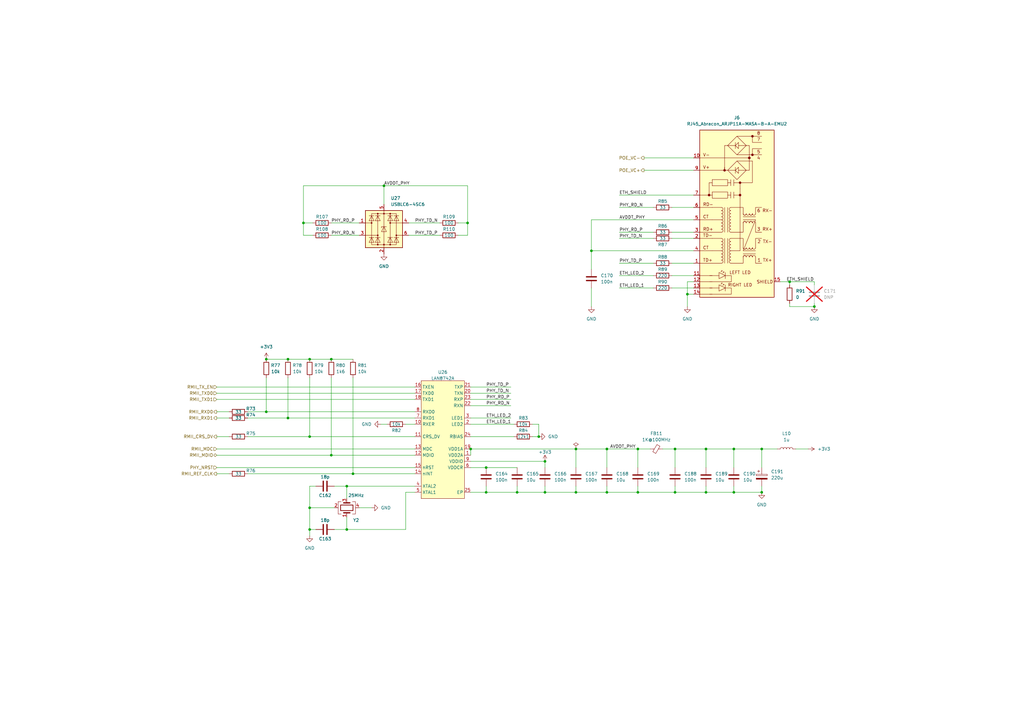
<source format=kicad_sch>
(kicad_sch (version 20230121) (generator eeschema)
  (paper "A3")
  (title_block (title "Kirdy") (date "2022-07-03") (rev "r0.1") (company "M-Labs") (comment 1 "Alex Wong Tat Hang"))
  (lib_symbols
    (symbol "Connector:RJ45_Abracon_ARJP11A-MASA-B-A-EMU2" (pin_names (offset 1.016) hide)
      (property "Reference" "J" (at 0 -38.1 0))
      (property "Value" "RJ45_Abracon_ARJP11A-MASA-B-A-EMU2" (at 0 -35.56 0))
      (symbol "RJ45_Abracon_ARJP11A-MASA-B-A-EMU2_0_0"
        (rectangle (start -15.24 -34.29) (end 15.24 34.29) (stroke (width 0.254)) (fill (type background)))
        (rectangle (start -3.81 8.89) (end -10.16 6.35))
        (polyline (pts (xy -15.24 -33.02) (xy -10.16 -33.02)))
        (polyline (pts (xy -15.24 -30.48) (xy -10.16 -30.48)))
        (polyline (pts (xy -15.24 -27.94) (xy -10.16 -27.94)))
        (polyline (pts (xy -15.24 -25.4) (xy -10.16 -25.4)))
        (polyline (pts (xy -15.24 -20.32) (xy -10.16 -20.32)))
        (polyline (pts (xy -15.24 -15.24) (xy -10.16 -15.24)))
        (polyline (pts (xy -15.24 -10.16) (xy -10.16 -10.16)))
        (polyline (pts (xy -15.24 -7.62) (xy -10.16 -7.62)))
        (polyline (pts (xy -15.24 -2.54) (xy -10.16 -2.54)))
        (polyline (pts (xy -15.24 2.54) (xy -10.16 2.54)))
        (polyline (pts (xy -15.24 22.86) (xy 5.08 22.86)))
        (polyline (pts (xy -11.43 7.62) (xy -15.24 7.62)))
        (polyline (pts (xy -11.176 -25.4) (xy -7.366 -25.4)))
        (polyline (pts (xy -10.16 7.62) (xy -11.43 7.62)))
        (polyline (pts (xy -5.08 17.78) (xy -15.24 17.78)))
        (polyline (pts (xy -5.08 17.78) (xy -3.81 17.78)))
        (polyline (pts (xy -5.08 19.05) (xy -5.08 17.78)))
        (polyline (pts (xy -3.81 7.62) (xy -2.54 7.62)))
        (polyline (pts (xy -3.81 12.7) (xy -2.54 12.7)))
        (polyline (pts (xy -2.54 8.89) (xy -2.54 6.35)))
        (polyline (pts (xy -1.27 8.89) (xy -1.27 6.35)))
        (polyline (pts (xy -1.27 13.97) (xy -1.27 11.43)))
        (polyline (pts (xy 0 21.59) (xy 6.35 21.59)))
        (polyline (pts (xy 0 24.13) (xy 10.16 24.13)))
        (polyline (pts (xy 0 31.75) (xy 10.16 31.75)))
        (polyline (pts (xy 1.27 10.16) (xy 1.27 12.7)))
        (polyline (pts (xy -10.16 12.7) (xy -11.43 12.7) (xy -11.43 7.62)))
        (polyline (pts (xy -3.81 27.94) (xy -5.08 27.94) (xy -5.08 17.78)))
        (polyline (pts (xy -1.27 12.7) (xy 0 12.7) (xy 1.27 12.7)))
        (polyline (pts (xy 1.27 12.7) (xy 6.35 12.7) (xy 6.35 21.59)))
        (polyline (pts (xy 6.35 24.13) (xy 6.35 26.67) (xy 10.16 26.67)))
        (polyline (pts (xy 6.35 31.75) (xy 6.35 29.21) (xy 10.16 29.21)))
        (polyline (pts (xy -4.826 -25.4) (xy -2.286 -25.4) (xy -2.286 -27.94) (xy -11.176 -27.94)))
        (polyline (pts (xy -2.54 -15.24) (xy -1.27 -15.24) (xy 1.27 -15.24) (xy 1.27 10.16)))
        (polyline (pts (xy 3.81 17.78) (xy 5.08 17.78) (xy 5.08 27.94) (xy 3.81 27.94)))
        (polyline (pts (xy -3.81 17.78) (xy 0 13.97) (xy 3.81 17.78) (xy 0 21.59) (xy -3.81 17.78)))
        (circle (center 1.27 7.62) (radius 0.0001) (stroke (width 0.508)))
        (text "1 TX+" (at 11.43 -19.05 0) (effects (font (size 1.27 1.27))))
        (text "2 TX-" (at 11.43 -11.43 0) (effects (font (size 1.27 1.27))))
        (text "3 RX+" (at 11.43 -6.35 0) (effects (font (size 1.27 1.27))))
        (text "4" (at 8.89 22.86 0) (effects (font (size 1.27 1.27))))
        (text "5" (at 8.89 25.4 0) (effects (font (size 1.27 1.27))))
        (text "6 RX-" (at 11.43 1.27 0) (effects (font (size 1.27 1.27))))
        (text "7" (at 8.89 30.48 0) (effects (font (size 1.27 1.27))))
        (text "8" (at 8.89 33.02 0) (effects (font (size 1.27 1.27))))
        (text "CT" (at -13.97 -1.27 0) (effects (font (size 1.27 1.27)) (justify left)))
        (text "LEFT LED" (at 1.27 -24.13 0) (effects (font (size 1.27 1.27))))
        (text "RD-" (at -13.97 3.81 0) (effects (font (size 1.27 1.27)) (justify left)))
        (text "SHIELD" (at 11.43 -27.94 0) (effects (font (size 1.27 1.27))))
        (text "V+" (at -13.97 19.05 0) (effects (font (size 1.27 1.27)) (justify left)))
        (text "V-" (at -13.97 24.13 0) (effects (font (size 1.27 1.27)) (justify left)))
      )
      (symbol "RJ45_Abracon_ARJP11A-MASA-B-A-EMU2_0_1"
        (arc (start -6.35 -16.51) (mid -5.7177 -15.875) (end -6.35 -15.24))
        (arc (start -6.35 -15.24) (mid -5.7177 -14.605) (end -6.35 -13.97))
        (arc (start -6.35 -13.97) (mid -6.35 -13.97) (end -6.35 -13.97))
        (arc (start -6.35 -11.43) (mid -5.7177 -10.795) (end -6.35 -10.16))
        (polyline (pts (xy -6.35 -20.32) (xy -10.16 -20.32)))
        (polyline (pts (xy -6.35 -15.24) (xy -10.16 -15.24)))
        (polyline (pts (xy -6.35 -10.16) (xy -10.16 -10.16)))
        (polyline (pts (xy -6.35 -7.62) (xy -10.16 -7.62)))
        (polyline (pts (xy -6.35 -2.54) (xy -10.16 -2.54)))
        (polyline (pts (xy -6.35 2.54) (xy -10.16 2.54)))
        (polyline (pts (xy -6.096 -28.448) (xy -6.35 -28.448)))
        (polyline (pts (xy -5.334 -28.956) (xy -5.588 -28.956)))
        (polyline (pts (xy -4.826 -24.13) (xy -4.826 -26.67)))
        (polyline (pts (xy -1.27 7.62) (xy 1.27 7.62)))
        (polyline (pts (xy -0.635 17.78) (xy -3.81 17.78)))
        (polyline (pts (xy -0.635 19.05) (xy -0.635 16.51)))
        (polyline (pts (xy 0.635 17.78) (xy 3.81 17.78)))
        (polyline (pts (xy -6.604 -28.956) (xy -6.096 -28.448) (xy -6.096 -28.702)))
        (polyline (pts (xy -5.842 -29.464) (xy -5.334 -28.956) (xy -5.334 -29.21)))
        (polyline (pts (xy -7.366 -24.13) (xy -7.366 -26.67) (xy -4.826 -25.4) (xy -7.366 -24.13)))
        (polyline (pts (xy 0.635 19.05) (xy 0.635 16.51) (xy -0.635 17.78) (xy 0.635 19.05)))
      )
      (symbol "RJ45_Abracon_ARJP11A-MASA-B-A-EMU2_1_1"
        (circle (center -11.43 7.62) (radius 0.0001) (stroke (width 0.508)))
        (arc (start -6.35 -20.32) (mid -5.7177 -19.685) (end -6.35 -19.05))
        (arc (start -6.35 -19.05) (mid -5.7177 -18.415) (end -6.35 -17.78))
        (arc (start -6.35 -17.78) (mid -6.35 -17.78) (end -6.35 -17.78))
        (arc (start -6.35 -17.78) (mid -5.7177 -17.145) (end -6.35 -16.51))
        (arc (start -6.35 -13.97) (mid -5.7177 -13.335) (end -6.35 -12.7))
        (arc (start -6.35 -12.7) (mid -5.7177 -12.065) (end -6.35 -11.43))
        (arc (start -6.35 -7.62) (mid -5.7177 -6.985) (end -6.35 -6.35))
        (arc (start -6.35 -6.35) (mid -5.7177 -5.715) (end -6.35 -5.08))
        (arc (start -6.35 -5.08) (mid -6.35 -5.08) (end -6.35 -5.08))
        (arc (start -6.35 -5.08) (mid -5.7177 -4.445) (end -6.35 -3.81))
        (arc (start -6.35 -3.81) (mid -6.35 -3.81) (end -6.35 -3.81))
        (arc (start -6.35 -3.81) (mid -5.7177 -3.175) (end -6.35 -2.54))
        (arc (start -6.35 -2.54) (mid -5.7177 -1.905) (end -6.35 -1.27))
        (arc (start -6.35 -1.27) (mid -5.7177 -0.635) (end -6.35 0))
        (arc (start -6.35 0) (mid -5.7177 0.635) (end -6.35 1.27))
        (arc (start -6.35 1.27) (mid -6.35 1.27) (end -6.35 1.27))
        (arc (start -6.35 1.27) (mid -5.7177 1.905) (end -6.35 2.54))
        (circle (center -5.08 17.78) (radius 0.0001) (stroke (width 0.508)))
        (rectangle (start -3.81 13.97) (end -10.16 11.43))
        (arc (start -2.54 -19.05) (mid -3.1723 -19.685) (end -2.54 -20.32))
        (arc (start -2.54 -19.05) (mid -2.54 -19.05) (end -2.54 -19.05))
        (arc (start -2.54 -17.78) (mid -3.1723 -18.415) (end -2.54 -19.05))
        (arc (start -2.54 -16.51) (mid -3.1723 -17.145) (end -2.54 -17.78))
        (arc (start -2.54 -15.24) (mid -3.1723 -15.875) (end -2.54 -16.51))
        (arc (start -2.54 -15.24) (mid -2.54 -15.24) (end -2.54 -15.24))
        (arc (start -2.54 -13.97) (mid -3.1723 -14.605) (end -2.54 -15.24))
        (arc (start -2.54 -12.7) (mid -3.1723 -13.335) (end -2.54 -13.97))
        (arc (start -2.54 -11.43) (mid -3.1723 -12.065) (end -2.54 -12.7))
        (arc (start -2.54 -10.16) (mid -3.1723 -10.795) (end -2.54 -11.43))
        (arc (start -2.54 -6.35) (mid -3.1723 -6.985) (end -2.54 -7.62))
        (arc (start -2.54 -6.35) (mid -2.54 -6.35) (end -2.54 -6.35))
        (arc (start -2.54 -5.08) (mid -3.1723 -5.715) (end -2.54 -6.35))
        (arc (start -2.54 -3.81) (mid -3.1723 -4.445) (end -2.54 -5.08))
        (arc (start -2.54 -3.81) (mid -2.54 -3.81) (end -2.54 -3.81))
        (arc (start -2.54 -2.54) (mid -3.1723 -3.175) (end -2.54 -3.81))
        (arc (start -2.54 -1.27) (mid -3.1723 -1.905) (end -2.54 -2.54))
        (arc (start -2.54 0) (mid -3.1723 -0.635) (end -2.54 -1.27))
        (arc (start -2.54 0) (mid -2.54 0) (end -2.54 0))
        (arc (start -2.54 1.27) (mid -3.1723 0.635) (end -2.54 0))
        (arc (start -2.54 2.54) (mid -3.1723 1.905) (end -2.54 1.27))
        (polyline (pts (xy -11.176 -30.48) (xy -7.366 -30.48)))
        (polyline (pts (xy -6.096 -23.368) (xy -6.35 -23.368)))
        (polyline (pts (xy -5.334 -23.876) (xy -5.588 -23.876)))
        (polyline (pts (xy -5.08 -10.16) (xy -5.08 -20.32)))
        (polyline (pts (xy -5.08 2.54) (xy -5.08 -7.62)))
        (polyline (pts (xy -4.826 -29.21) (xy -4.826 -31.75)))
        (polyline (pts (xy -3.81 -20.32) (xy -3.81 -10.16)))
        (polyline (pts (xy -3.81 -7.62) (xy -3.81 2.54)))
        (polyline (pts (xy -2.54 13.97) (xy -2.54 11.43)))
        (polyline (pts (xy -0.635 27.94) (xy -3.81 27.94)))
        (polyline (pts (xy -0.635 29.21) (xy -0.635 26.67)))
        (polyline (pts (xy 0.635 27.94) (xy 3.81 27.94)))
        (polyline (pts (xy 2.54 -16.51) (xy 7.62 -16.51)))
        (polyline (pts (xy 2.54 -15.24) (xy 7.62 -2.54)))
        (polyline (pts (xy 2.54 -2.54) (xy 7.62 -2.54)))
        (polyline (pts (xy 7.62 -15.24) (xy 2.54 -15.24)))
        (polyline (pts (xy 7.62 -1.27) (xy 2.54 -1.27)))
        (polyline (pts (xy -6.604 -23.876) (xy -6.096 -23.368) (xy -6.096 -23.622)))
        (polyline (pts (xy -5.842 -24.384) (xy -5.334 -23.876) (xy -5.334 -24.13)))
        (polyline (pts (xy -2.54 -10.16) (xy 2.54 -10.16) (xy 2.54 -13.97)))
        (polyline (pts (xy -2.54 -7.62) (xy 2.54 -7.62) (xy 2.54 -3.81)))
        (polyline (pts (xy -2.54 2.54) (xy 2.54 2.54) (xy 2.54 0)))
        (polyline (pts (xy 2.54 -17.78) (xy 2.54 -20.32) (xy -2.54 -20.32)))
        (polyline (pts (xy 7.62 -17.78) (xy 7.62 -20.32) (xy 10.16 -20.32)))
        (polyline (pts (xy 7.62 -13.97) (xy 7.62 -10.16) (xy 10.16 -10.16)))
        (polyline (pts (xy 7.62 -3.81) (xy 7.62 -7.62) (xy 10.16 -7.62)))
        (polyline (pts (xy 7.62 0) (xy 7.62 2.54) (xy 10.16 2.54)))
        (polyline (pts (xy -7.366 -29.21) (xy -7.366 -31.75) (xy -4.826 -30.48) (xy -7.366 -29.21)))
        (polyline (pts (xy -4.826 -30.48) (xy -2.286 -30.48) (xy -2.286 -33.02) (xy -11.176 -33.02)))
        (polyline (pts (xy 0.635 29.21) (xy 0.635 26.67) (xy -0.635 27.94) (xy 0.635 29.21)))
        (polyline (pts (xy -3.81 27.94) (xy 0 24.13) (xy 3.81 27.94) (xy 0 31.75) (xy -3.81 27.94)))
        (circle (center 1.27 12.7) (radius 0.0001) (stroke (width 0.508)))
        (arc (start 2.54 -17.78) (mid 2.54 -17.78) (end 2.54 -17.78))
        (arc (start 2.54 -13.97) (mid 3.175 -14.6023) (end 3.81 -13.97))
        (arc (start 2.54 -13.97) (mid 3.175 -14.6023) (end 3.81 -13.97))
        (arc (start 2.54 -3.81) (mid 2.54 -3.81) (end 2.54 -3.81))
        (arc (start 2.54 0) (mid 3.175 -0.6323) (end 3.81 0))
        (arc (start 2.54 0) (mid 3.175 -0.6323) (end 3.81 0))
        (arc (start 3.81 -17.78) (mid 3.175 -17.1477) (end 2.54 -17.78))
        (arc (start 3.81 -17.78) (mid 3.175 -17.1477) (end 2.54 -17.78))
        (arc (start 3.81 -13.97) (mid 3.81 -13.97) (end 3.81 -13.97))
        (arc (start 3.81 -13.97) (mid 4.445 -14.6023) (end 5.08 -13.97))
        (arc (start 3.81 -3.81) (mid 3.175 -3.1777) (end 2.54 -3.81))
        (arc (start 3.81 -3.81) (mid 3.175 -3.1777) (end 2.54 -3.81))
        (arc (start 3.81 0) (mid 3.81 0) (end 3.81 0))
        (arc (start 3.81 0) (mid 4.445 -0.6323) (end 5.08 0))
        (arc (start 5.08 -17.78) (mid 4.445 -17.1477) (end 3.81 -17.78))
        (arc (start 5.08 -17.78) (mid 5.08 -17.78) (end 5.08 -17.78))
        (arc (start 5.08 -13.97) (mid 5.715 -14.6023) (end 6.35 -13.97))
        (arc (start 5.08 -13.97) (mid 5.715 -14.6023) (end 6.35 -13.97))
        (arc (start 5.08 -3.81) (mid 4.445 -3.1777) (end 3.81 -3.81))
        (arc (start 5.08 -3.81) (mid 5.08 -3.81) (end 5.08 -3.81))
        (arc (start 5.08 0) (mid 5.715 -0.6323) (end 6.35 0))
        (arc (start 5.08 0) (mid 5.715 -0.6323) (end 6.35 0))
        (circle (center 5.08 22.86) (radius 0.0001) (stroke (width 0.508)))
        (circle (center 5.08 22.86) (radius 0.0001) (stroke (width 0.508)))
        (arc (start 6.35 -17.78) (mid 5.715 -17.1477) (end 5.08 -17.78))
        (arc (start 6.35 -17.78) (mid 5.715 -17.1477) (end 5.08 -17.78))
        (arc (start 6.35 -13.97) (mid 6.35 -13.97) (end 6.35 -13.97))
        (arc (start 6.35 -13.97) (mid 6.985 -14.6023) (end 7.62 -13.97))
        (arc (start 6.35 -3.81) (mid 5.715 -3.1777) (end 5.08 -3.81))
        (arc (start 6.35 -3.81) (mid 5.715 -3.1777) (end 5.08 -3.81))
        (arc (start 6.35 0) (mid 6.35 0) (end 6.35 0))
        (arc (start 6.35 0) (mid 6.985 -0.6323) (end 7.62 0))
        (circle (center 6.35 24.13) (radius 0.0001) (stroke (width 0.508)))
        (circle (center 6.35 31.75) (radius 0.0001) (stroke (width 0.508)))
        (arc (start 7.62 -17.78) (mid 6.985 -17.1477) (end 6.35 -17.78))
        (arc (start 7.62 -3.81) (mid 6.985 -3.1777) (end 6.35 -3.81))
        (text "CT" (at -13.97 -13.97 0) (effects (font (size 1.27 1.27)) (justify left)))
        (text "RD+" (at -13.97 -6.35 0) (effects (font (size 1.27 1.27)) (justify left)))
        (text "RIGHT LED" (at 1.27 -29.21 0) (effects (font (size 1.27 1.27))))
        (text "TD+" (at -13.97 -19.05 0) (effects (font (size 1.27 1.27)) (justify left)))
        (text "TD-" (at -13.97 -8.89 0) (effects (font (size 1.27 1.27)) (justify left)))
        (pin passive line (at -17.78 -20.32 0) (length 2.54) (name "TD+") (number "1"))
        (pin power_out line (at -17.78 22.86 0) (length 2.54) (name "V-") (number "10"))
        (pin passive line (at -17.78 -25.4 0) (length 2.54) (name "LLED+") (number "11"))
        (pin passive line (at -17.78 -27.94 0) (length 2.54) (name "LLED-") (number "12"))
        (pin passive line (at -17.78 -30.48 0) (length 2.54) (name "RLED+") (number "13"))
        (pin passive line (at -17.78 -33.02 0) (length 2.54) (name "RLED-") (number "14"))
        (pin passive line (at 17.78 -27.94 180) (length 2.54) (name "SHIELD") (number "15"))
        (pin passive line (at -17.78 -10.16 0) (length 2.54) (name "TD-") (number "2"))
        (pin passive line (at -17.78 -7.62 0) (length 2.54) (name "RD+") (number "3"))
        (pin passive line (at -17.78 -15.24 0) (length 2.54) (name "CT") (number "4"))
        (pin passive line (at -17.78 -2.54 0) (length 2.54) (name "CT") (number "5"))
        (pin passive line (at -17.78 2.54 0) (length 2.54) (name "RD-") (number "6"))
        (pin passive line (at -17.78 7.62 0) (length 2.54) (name "7") (number "7"))
        (pin power_out line (at -17.78 17.78 0) (length 2.54) (name "V+") (number "9"))
      )
    )
    (symbol "Device:C" (pin_numbers hide) (pin_names (offset 0.254))
      (property "Reference" "C" (at 0.635 2.54 0))
      (property "Value" "C" (at 0.635 -2.54 0))
      (symbol "C_0_1"
        (polyline (pts (xy -2.032 -0.762) (xy 2.032 -0.762)) (stroke (width 0.508)))
        (polyline (pts (xy -2.032 0.762) (xy 2.032 0.762)) (stroke (width 0.508)))
      )
      (symbol "C_1_1"
        (pin passive line (at 0 3.81 270) (length 2.794) (name "~") (number "1"))
        (pin passive line (at 0 -3.81 90) (length 2.794) (name "~") (number "2"))
      )
    )
    (symbol "Device:C_Polarized" (pin_numbers hide) (pin_names (offset 0.254))
      (property "Reference" "C" (at 0.635 2.54 0))
      (property "Value" "C_Polarized" (at 0.635 -2.54 0))
      (symbol "C_Polarized_0_1"
        (rectangle (start -2.286 0.508) (end 2.286 1.016))
        (polyline (pts (xy -1.778 2.286) (xy -0.762 2.286)))
        (polyline (pts (xy -1.27 2.794) (xy -1.27 1.778)))
        (rectangle (start 2.286 -0.508) (end -2.286 -1.016) (fill (type outline)))
      )
      (symbol "C_Polarized_1_1"
        (pin passive line (at 0 3.81 270) (length 2.794) (name "~") (number "1"))
        (pin passive line (at 0 -3.81 90) (length 2.794) (name "~") (number "2"))
      )
    )
    (symbol "Device:Crystal_GND24" (pin_names (offset 1.016) hide)
      (property "Reference" "Y" (at 3.175 5.08 0))
      (property "Value" "Crystal_GND24" (at 3.175 3.175 0))
      (symbol "Crystal_GND24_0_1"
        (rectangle (start -1.143 2.54) (end 1.143 -2.54) (stroke (width 0.3048)))
        (polyline (pts (xy -2.54 0) (xy -2.032 0)))
        (polyline (pts (xy -2.032 -1.27) (xy -2.032 1.27)) (stroke (width 0.508)))
        (polyline (pts (xy 0 -3.81) (xy 0 -3.556)))
        (polyline (pts (xy 0 3.556) (xy 0 3.81)))
        (polyline (pts (xy 2.032 -1.27) (xy 2.032 1.27)) (stroke (width 0.508)))
        (polyline (pts (xy 2.032 0) (xy 2.54 0)))
        (polyline (pts (xy -2.54 -2.286) (xy -2.54 -3.556) (xy 2.54 -3.556) (xy 2.54 -2.286)))
        (polyline (pts (xy -2.54 2.286) (xy -2.54 3.556) (xy 2.54 3.556) (xy 2.54 2.286)))
      )
      (symbol "Crystal_GND24_1_1"
        (pin passive line (at -3.81 0 0) (length 1.27) (name "1") (number "1"))
        (pin passive line (at 0 5.08 270) (length 1.27) (name "2") (number "2"))
        (pin passive line (at 3.81 0 180) (length 1.27) (name "3") (number "3"))
        (pin passive line (at 0 -5.08 90) (length 1.27) (name "4") (number "4"))
      )
    )
    (symbol "Device:FerriteBead_Small" (pin_numbers hide) (pin_names (offset 0))
      (property "Reference" "FB" (at 1.905 1.27 0))
      (property "Value" "FerriteBead_Small" (at 1.905 -1.27 0))
      (symbol "FerriteBead_Small_0_1"
        (polyline (pts (xy 0 -1.27) (xy 0 -0.7874)))
        (polyline (pts (xy 0 0.889) (xy 0 1.2954)))
        (polyline (pts (xy -1.8288 0.2794) (xy -1.1176 1.4986) (xy 1.8288 -0.2032) (xy 1.1176 -1.4224) (xy -1.8288 0.2794)))
      )
      (symbol "FerriteBead_Small_1_1"
        (pin passive line (at 0 2.54 270) (length 1.27) (name "~") (number "1"))
        (pin passive line (at 0 -2.54 90) (length 1.27) (name "~") (number "2"))
      )
    )
    (symbol "Device:L" (pin_numbers hide) (pin_names (offset 1.016) hide)
      (property "Reference" "L" (at -1.27 0 90))
      (property "Value" "L" (at 1.905 0 90))
      (symbol "L_0_1"
        (arc (start 0 -2.54) (mid 0.6323 -1.905) (end 0 -1.27))
        (arc (start 0 -1.27) (mid 0.6323 -0.635) (end 0 0))
        (arc (start 0 0) (mid 0.6323 0.635) (end 0 1.27))
        (arc (start 0 1.27) (mid 0.6323 1.905) (end 0 2.54))
      )
      (symbol "L_1_1"
        (pin passive line (at 0 3.81 270) (length 1.27) (name "1") (number "1"))
        (pin passive line (at 0 -3.81 90) (length 1.27) (name "2") (number "2"))
      )
    )
    (symbol "Device:R" (pin_numbers hide) (pin_names (offset 0))
      (property "Reference" "R" (at 2.032 0 90))
      (property "Value" "R" (at 0 0 90))
      (symbol "R_0_1"
        (rectangle (start -1.016 -2.54) (end 1.016 2.54) (stroke (width 0.254)))
      )
      (symbol "R_1_1"
        (pin passive line (at 0 3.81 270) (length 1.27) (name "~") (number "1"))
        (pin passive line (at 0 -3.81 90) (length 1.27) (name "~") (number "2"))
      )
    )
    (symbol "Power_Protection:USBLC6-4SC6" (pin_names hide)
      (property "Reference" "U" (at 2.54 8.89 0))
      (property "Value" "USBLC6-4SC6" (at 2.54 -8.89 0))
      (symbol "USBLC6-4SC6_0_1"
        (rectangle (start -7.62 -7.62) (end 7.62 7.62) (stroke (width 0.254)) (fill (type background)))
        (circle (center -5.08 2.54) (radius 0.254) (fill (type outline)))
        (circle (center -2.54 -6.35) (radius 0.254) (fill (type outline)))
        (circle (center -2.54 -2.54) (radius 0.254) (fill (type outline)))
        (circle (center -2.54 6.35) (radius 0.254) (fill (type outline)))
        (rectangle (start -2.54 6.35) (end 2.54 -6.35))
        (circle (center 0 -6.35) (radius 0.254) (fill (type outline)))
        (polyline (pts (xy -5.08 2.54) (xy -7.62 2.54)))
        (polyline (pts (xy -4.064 -3.429) (xy -6.096 -3.429)))
        (polyline (pts (xy -4.064 5.461) (xy -6.096 5.461)))
        (polyline (pts (xy -2.54 -2.54) (xy -7.62 -2.54)))
        (polyline (pts (xy -1.524 -3.429) (xy -3.556 -3.429)))
        (polyline (pts (xy -1.524 5.461) (xy -3.556 5.461)))
        (polyline (pts (xy 0 -7.62) (xy 0 -6.35)))
        (polyline (pts (xy 0 -6.35) (xy 0 1.27)))
        (polyline (pts (xy 0 1.27) (xy 0 6.35)))
        (polyline (pts (xy 0 6.35) (xy 0 7.62)))
        (polyline (pts (xy 1.524 -3.429) (xy 3.556 -3.429)))
        (polyline (pts (xy 1.524 5.461) (xy 3.556 5.461)))
        (polyline (pts (xy 2.54 2.54) (xy 7.62 2.54)))
        (polyline (pts (xy 4.064 -3.429) (xy 6.096 -3.429)))
        (polyline (pts (xy 4.064 5.461) (xy 6.096 5.461)))
        (polyline (pts (xy 5.08 -2.54) (xy 7.62 -2.54)))
        (polyline (pts (xy -6.096 -5.461) (xy -4.064 -5.461) (xy -5.08 -3.429) (xy -6.096 -5.461)))
        (polyline (pts (xy -6.096 3.429) (xy -4.064 3.429) (xy -5.08 5.461) (xy -6.096 3.429)))
        (polyline (pts (xy -3.556 -5.461) (xy -1.524 -5.461) (xy -2.54 -3.429) (xy -3.556 -5.461)))
        (polyline (pts (xy -3.556 3.429) (xy -1.524 3.429) (xy -2.54 5.461) (xy -3.556 3.429)))
        (polyline (pts (xy -2.54 6.35) (xy -5.08 6.35) (xy -5.08 -6.35) (xy -2.54 -6.35)))
        (polyline (pts (xy -1.016 -1.016) (xy 1.016 -1.016) (xy 0 1.016) (xy -1.016 -1.016)))
        (polyline (pts (xy 1.016 1.016) (xy 0.762 1.016) (xy -1.016 1.016) (xy -1.016 0.508)))
        (polyline (pts (xy 2.54 6.35) (xy 5.08 6.35) (xy 5.08 -6.35) (xy 2.54 -6.35)))
        (polyline (pts (xy 3.556 -5.461) (xy 1.524 -5.461) (xy 2.54 -3.429) (xy 3.556 -5.461)))
        (polyline (pts (xy 3.556 3.429) (xy 1.524 3.429) (xy 2.54 5.461) (xy 3.556 3.429)))
        (polyline (pts (xy 6.096 -5.461) (xy 4.064 -5.461) (xy 5.08 -3.429) (xy 6.096 -5.461)))
        (polyline (pts (xy 6.096 3.429) (xy 4.064 3.429) (xy 5.08 5.461) (xy 6.096 3.429)))
        (circle (center 0 6.35) (radius 0.254) (fill (type outline)))
        (circle (center 2.54 -6.35) (radius 0.254) (fill (type outline)))
        (circle (center 2.54 2.54) (radius 0.254) (fill (type outline)))
        (circle (center 2.54 6.35) (radius 0.254) (fill (type outline)))
        (circle (center 5.08 -2.54) (radius 0.254) (fill (type outline)))
      )
      (symbol "USBLC6-4SC6_1_1"
        (pin passive line (at -10.16 2.54 0) (length 2.54) (name "I/O1") (number "1"))
        (pin passive line (at 0 -10.16 90) (length 2.54) (name "GND") (number "2"))
        (pin passive line (at -10.16 -2.54 0) (length 2.54) (name "I/O2") (number "3"))
        (pin passive line (at 10.16 2.54 180) (length 2.54) (name "I/O3") (number "4"))
        (pin passive line (at 0 10.16 270) (length 2.54) (name "VBUS") (number "5"))
        (pin passive line (at 10.16 -2.54 180) (length 2.54) (name "I/O4") (number "6"))
      )
    )
    (symbol "kirdy:LAN8742A"
      (property "Reference" "U" (at 0 -30.48 0))
      (property "Value" "LAN8742A" (at 0 -27.94 0))
      (symbol "LAN8742A_0_0"
        (pin power_in line (at 10.16 -7.62 180) (length 2.54) (name "VDD2A") (number "1"))
        (pin bidirectional line (at -12.7 5.08 0) (length 2.54) (name "RXER") (number "10"))
        (pin output line (at -12.7 0 0) (length 2.54) (name "CRS_DV") (number "11"))
        (pin bidirectional line (at -12.7 -7.62 0) (length 2.54) (name "MDIO") (number "12"))
        (pin input line (at -12.7 -5.08 0) (length 2.54) (name "MDC") (number "13"))
        (pin output line (at -12.7 -15.24 0) (length 2.54) (name "nINT") (number "14"))
        (pin input line (at -12.7 -12.7 0) (length 2.54) (name "nRST") (number "15"))
        (pin input line (at -12.7 20.32 0) (length 2.54) (name "TXEN") (number "16"))
        (pin input line (at -12.7 17.78 0) (length 2.54) (name "TXD0") (number "17"))
        (pin input line (at -12.7 15.24 0) (length 2.54) (name "TXD1") (number "18"))
        (pin power_in line (at 10.16 -5.08 180) (length 2.54) (name "VDD1A") (number "19"))
        (pin output line (at 10.16 5.08 180) (length 2.54) (name "LED2") (number "2"))
        (pin bidirectional line (at 10.16 17.78 180) (length 2.54) (name "TXN") (number "20"))
        (pin bidirectional line (at 10.16 20.32 180) (length 2.54) (name "TXP") (number "21"))
        (pin bidirectional line (at 10.16 12.7 180) (length 2.54) (name "RXN") (number "22"))
        (pin bidirectional line (at 10.16 15.24 180) (length 2.54) (name "RXP") (number "23"))
        (pin passive line (at 10.16 0 180) (length 2.54) (name "RBIAS") (number "24"))
        (pin power_in line (at 10.16 -22.86 180) (length 2.54) (name "EP") (number "25"))
        (pin output line (at 10.16 7.62 180) (length 2.54) (name "LED1") (number "3"))
        (pin input line (at -12.7 -20.32 0) (length 2.54) (name "XTAL2") (number "4"))
        (pin input line (at -12.7 -22.86 0) (length 2.54) (name "XTAL1") (number "5"))
        (pin passive line (at 10.16 -12.7 180) (length 2.54) (name "VDDCR") (number "6"))
        (pin output line (at -12.7 7.62 0) (length 2.54) (name "RXD1") (number "7"))
        (pin output line (at -12.7 10.16 0) (length 2.54) (name "RXD0") (number "8"))
        (pin power_in line (at 10.16 -10.16 180) (length 2.54) (name "VDDIO") (number "9"))
      )
      (symbol "LAN8742A_0_1"
        (rectangle (start -10.16 22.86) (end 7.62 -25.4) (fill (type background)))
      )
    )
    (symbol "power:+3V3" (power) (pin_names (offset 0))
      (property "Value" "+3V3" (at 0 3.556 0))
      (symbol "+3V3_0_1"
        (polyline (pts (xy -0.762 1.27) (xy 0 2.54)))
        (polyline (pts (xy 0 0) (xy 0 2.54)))
        (polyline (pts (xy 0 2.54) (xy 0.762 1.27)))
      )
      (symbol "+3V3_1_1"
        (pin power_in line (at 0 0 90) (length 0) hide (name "+3V3") (number "1"))
      )
    )
    (symbol "power:GND" (power) (pin_names (offset 0))
      (property "Value" "GND" (at 0 -3.81 0))
      (symbol "GND_0_1"
        (polyline (pts (xy 0 0) (xy 0 -1.27) (xy 1.27 -1.27) (xy 0 -2.54) (xy -1.27 -1.27) (xy 0 -1.27)))
      )
      (symbol "GND_1_1"
        (pin power_in line (at 0 0 270) (length 0) hide (name "GND") (number "1"))
      )
    )
    (symbol "power:PWR_FLAG" (power) (pin_numbers hide) (pin_names (offset 0) hide)
      (property "Value" "PWR_FLAG" (at 0 3.81 0))
      (symbol "PWR_FLAG_0_0"
        (pin power_out line (at 0 0 90) (length 0) (name "pwr") (number "1"))
      )
      (symbol "PWR_FLAG_0_1"
        (polyline (pts (xy 0 0) (xy 0 1.27) (xy -1.016 1.905) (xy 0 2.54) (xy 1.016 1.905) (xy 0 1.27)))
      )
    )
  )
  (junction (at 312.42 184.15))
  (junction (at 223.52 201.93))
  (junction (at 127 217.17))
  (junction (at 334.01 125.73))
  (junction (at 157.48 76.2))
  (junction (at 109.22 168.91))
  (junction (at 281.94 120.65))
  (junction (at 300.99 201.93))
  (junction (at 135.89 147.32))
  (junction (at 191.77 91.44))
  (junction (at 300.99 184.15))
  (junction (at 236.22 184.15))
  (junction (at 135.89 186.69))
  (junction (at 212.09 201.93))
  (junction (at 248.92 184.15))
  (junction (at 127 147.32))
  (junction (at 109.22 147.32))
  (junction (at 289.56 184.15))
  (junction (at 118.11 171.45))
  (junction (at 144.78 194.31))
  (junction (at 242.57 102.87))
  (junction (at 323.85 115.57))
  (junction (at 312.42 201.93))
  (junction (at 220.98 179.07))
  (junction (at 236.22 201.93))
  (junction (at 276.86 201.93))
  (junction (at 199.39 201.93))
  (junction (at 127 208.28))
  (junction (at 261.62 201.93))
  (junction (at 142.24 217.17))
  (junction (at 199.39 191.77))
  (junction (at 276.86 184.15))
  (junction (at 127 179.07))
  (junction (at 261.62 184.15))
  (junction (at 248.92 201.93))
  (junction (at 223.52 189.23))
  (junction (at 124.46 91.44))
  (junction (at 118.11 147.32))
  (junction (at 142.24 199.39))
  (junction (at 193.04 184.15))
  (junction (at 289.56 201.93))
  (wire (pts (xy 127 147.32) (xy 135.89 147.32)))
  (wire (pts (xy 289.56 184.15) (xy 300.99 184.15)))
  (wire (pts (xy 276.86 184.15) (xy 289.56 184.15)))
  (wire (pts (xy 88.9 186.69) (xy 135.89 186.69)))
  (wire (pts (xy 212.09 199.39) (xy 212.09 201.93)))
  (wire (pts (xy 254 95.25) (xy 267.97 95.25)))
  (wire (pts (xy 275.59 95.25) (xy 284.48 95.25)))
  (wire (pts (xy 323.85 115.57) (xy 323.85 116.84)))
  (wire (pts (xy 191.77 91.44) (xy 187.96 91.44)))
  (wire (pts (xy 124.46 76.2) (xy 157.48 76.2)))
  (wire (pts (xy 236.22 199.39) (xy 236.22 201.93)))
  (wire (pts (xy 193.04 179.07) (xy 210.82 179.07)))
  (wire (pts (xy 220.98 173.99) (xy 220.98 179.07)))
  (wire (pts (xy 191.77 91.44) (xy 191.77 76.2)))
  (wire (pts (xy 193.04 166.37) (xy 209.55 166.37)))
  (wire (pts (xy 88.9 168.91) (xy 93.98 168.91)))
  (wire (pts (xy 191.77 96.52) (xy 187.96 96.52)))
  (wire (pts (xy 236.22 201.93) (xy 248.92 201.93)))
  (wire (pts (xy 320.04 115.57) (xy 323.85 115.57)))
  (wire (pts (xy 109.22 154.94) (xy 109.22 168.91)))
  (wire (pts (xy 88.9 171.45) (xy 93.98 171.45)))
  (wire (pts (xy 135.89 96.52) (xy 147.32 96.52)))
  (wire (pts (xy 242.57 102.87) (xy 284.48 102.87)))
  (wire (pts (xy 127 154.94) (xy 127 179.07)))
  (wire (pts (xy 300.99 199.39) (xy 300.99 201.93)))
  (wire (pts (xy 281.94 115.57) (xy 281.94 120.65)))
  (wire (pts (xy 326.39 184.15) (xy 331.47 184.15)))
  (wire (pts (xy 289.56 201.93) (xy 276.86 201.93)))
  (wire (pts (xy 254 118.11) (xy 267.97 118.11)))
  (wire (pts (xy 127 208.28) (xy 137.16 208.28)))
  (wire (pts (xy 166.37 201.93) (xy 170.18 201.93)))
  (wire (pts (xy 242.57 125.73) (xy 242.57 118.11)))
  (wire (pts (xy 137.16 217.17) (xy 142.24 217.17)))
  (wire (pts (xy 312.42 199.39) (xy 312.42 201.93)))
  (wire (pts (xy 127 208.28) (xy 127 199.39)))
  (wire (pts (xy 323.85 125.73) (xy 334.01 125.73)))
  (wire (pts (xy 312.42 184.15) (xy 312.42 191.77)))
  (wire (pts (xy 135.89 91.44) (xy 147.32 91.44)))
  (wire (pts (xy 199.39 191.77) (xy 212.09 191.77)))
  (wire (pts (xy 142.24 199.39) (xy 170.18 199.39)))
  (wire (pts (xy 275.59 113.03) (xy 284.48 113.03)))
  (wire (pts (xy 144.78 194.31) (xy 170.18 194.31)))
  (wire (pts (xy 193.04 184.15) (xy 193.04 186.69)))
  (wire (pts (xy 147.32 208.28) (xy 152.4 208.28)))
  (wire (pts (xy 261.62 184.15) (xy 261.62 191.77)))
  (wire (pts (xy 264.16 69.85) (xy 284.48 69.85)))
  (wire (pts (xy 199.39 201.93) (xy 212.09 201.93)))
  (wire (pts (xy 289.56 199.39) (xy 289.56 201.93)))
  (wire (pts (xy 223.52 201.93) (xy 236.22 201.93)))
  (wire (pts (xy 118.11 171.45) (xy 170.18 171.45)))
  (wire (pts (xy 248.92 199.39) (xy 248.92 201.93)))
  (wire (pts (xy 88.9 194.31) (xy 93.98 194.31)))
  (wire (pts (xy 101.6 179.07) (xy 127 179.07)))
  (wire (pts (xy 218.44 179.07) (xy 220.98 179.07)))
  (wire (pts (xy 127 219.71) (xy 127 217.17)))
  (wire (pts (xy 261.62 201.93) (xy 261.62 199.39)))
  (wire (pts (xy 254 113.03) (xy 267.97 113.03)))
  (wire (pts (xy 193.04 158.75) (xy 209.55 158.75)))
  (wire (pts (xy 261.62 184.15) (xy 266.7 184.15)))
  (wire (pts (xy 88.9 184.15) (xy 170.18 184.15)))
  (wire (pts (xy 223.52 199.39) (xy 223.52 201.93)))
  (wire (pts (xy 248.92 184.15) (xy 261.62 184.15)))
  (wire (pts (xy 193.04 184.15) (xy 236.22 184.15)))
  (wire (pts (xy 242.57 102.87) (xy 242.57 110.49)))
  (wire (pts (xy 144.78 154.94) (xy 144.78 194.31)))
  (wire (pts (xy 88.9 179.07) (xy 93.98 179.07)))
  (wire (pts (xy 193.04 191.77) (xy 199.39 191.77)))
  (wire (pts (xy 88.9 191.77) (xy 170.18 191.77)))
  (wire (pts (xy 157.48 76.2) (xy 191.77 76.2)))
  (wire (pts (xy 276.86 184.15) (xy 276.86 191.77)))
  (wire (pts (xy 284.48 90.17) (xy 242.57 90.17)))
  (wire (pts (xy 88.9 158.75) (xy 170.18 158.75)))
  (wire (pts (xy 193.04 201.93) (xy 199.39 201.93)))
  (wire (pts (xy 166.37 173.99) (xy 170.18 173.99)))
  (wire (pts (xy 193.04 173.99) (xy 210.82 173.99)))
  (wire (pts (xy 127 217.17) (xy 129.54 217.17)))
  (wire (pts (xy 218.44 173.99) (xy 220.98 173.99)))
  (wire (pts (xy 289.56 184.15) (xy 289.56 191.77)))
  (wire (pts (xy 167.64 91.44) (xy 180.34 91.44)))
  (wire (pts (xy 275.59 85.09) (xy 284.48 85.09)))
  (wire (pts (xy 312.42 201.93) (xy 300.99 201.93)))
  (wire (pts (xy 118.11 147.32) (xy 127 147.32)))
  (wire (pts (xy 167.64 96.52) (xy 180.34 96.52)))
  (wire (pts (xy 127 199.39) (xy 129.54 199.39)))
  (wire (pts (xy 254 80.01) (xy 284.48 80.01)))
  (wire (pts (xy 281.94 125.73) (xy 281.94 120.65)))
  (wire (pts (xy 124.46 91.44) (xy 124.46 96.52)))
  (wire (pts (xy 109.22 168.91) (xy 170.18 168.91)))
  (wire (pts (xy 142.24 217.17) (xy 166.37 217.17)))
  (wire (pts (xy 191.77 91.44) (xy 191.77 96.52)))
  (wire (pts (xy 118.11 154.94) (xy 118.11 171.45)))
  (wire (pts (xy 300.99 201.93) (xy 289.56 201.93)))
  (wire (pts (xy 124.46 91.44) (xy 124.46 76.2)))
  (wire (pts (xy 254 85.09) (xy 267.97 85.09)))
  (wire (pts (xy 276.86 199.39) (xy 276.86 201.93)))
  (wire (pts (xy 127 217.17) (xy 127 208.28)))
  (wire (pts (xy 275.59 118.11) (xy 284.48 118.11)))
  (wire (pts (xy 334.01 115.57) (xy 334.01 116.84)))
  (wire (pts (xy 193.04 189.23) (xy 223.52 189.23)))
  (wire (pts (xy 334.01 124.46) (xy 334.01 125.73)))
  (wire (pts (xy 135.89 186.69) (xy 170.18 186.69)))
  (wire (pts (xy 124.46 91.44) (xy 128.27 91.44)))
  (wire (pts (xy 142.24 204.47) (xy 142.24 199.39)))
  (wire (pts (xy 127 179.07) (xy 170.18 179.07)))
  (wire (pts (xy 300.99 184.15) (xy 300.99 191.77)))
  (wire (pts (xy 236.22 184.15) (xy 236.22 191.77)))
  (wire (pts (xy 88.9 163.83) (xy 170.18 163.83)))
  (wire (pts (xy 124.46 96.52) (xy 128.27 96.52)))
  (wire (pts (xy 276.86 201.93) (xy 261.62 201.93)))
  (wire (pts (xy 248.92 184.15) (xy 248.92 191.77)))
  (wire (pts (xy 135.89 147.32) (xy 144.78 147.32)))
  (wire (pts (xy 142.24 212.09) (xy 142.24 217.17)))
  (wire (pts (xy 275.59 97.79) (xy 284.48 97.79)))
  (wire (pts (xy 300.99 184.15) (xy 312.42 184.15)))
  (wire (pts (xy 166.37 217.17) (xy 166.37 201.93)))
  (wire (pts (xy 193.04 171.45) (xy 209.55 171.45)))
  (wire (pts (xy 271.78 184.15) (xy 276.86 184.15)))
  (wire (pts (xy 312.42 184.15) (xy 318.77 184.15)))
  (wire (pts (xy 101.6 168.91) (xy 109.22 168.91)))
  (wire (pts (xy 254 97.79) (xy 267.97 97.79)))
  (wire (pts (xy 101.6 171.45) (xy 118.11 171.45)))
  (wire (pts (xy 212.09 201.93) (xy 223.52 201.93)))
  (wire (pts (xy 193.04 161.29) (xy 209.55 161.29)))
  (wire (pts (xy 236.22 184.15) (xy 248.92 184.15)))
  (wire (pts (xy 281.94 120.65) (xy 284.48 120.65)))
  (wire (pts (xy 193.04 163.83) (xy 209.55 163.83)))
  (wire (pts (xy 275.59 107.95) (xy 284.48 107.95)))
  (wire (pts (xy 101.6 194.31) (xy 144.78 194.31)))
  (wire (pts (xy 137.16 199.39) (xy 142.24 199.39)))
  (wire (pts (xy 264.16 64.77) (xy 284.48 64.77)))
  (wire (pts (xy 157.48 76.2) (xy 157.48 83.82)))
  (wire (pts (xy 242.57 90.17) (xy 242.57 102.87)))
  (wire (pts (xy 248.92 201.93) (xy 261.62 201.93)))
  (wire (pts (xy 284.48 115.57) (xy 281.94 115.57)))
  (wire (pts (xy 323.85 115.57) (xy 334.01 115.57)))
  (wire (pts (xy 323.85 124.46) (xy 323.85 125.73)))
  (wire (pts (xy 109.22 147.32) (xy 118.11 147.32)))
  (wire (pts (xy 254 107.95) (xy 267.97 107.95)))
  (wire (pts (xy 135.89 154.94) (xy 135.89 186.69)))
  (wire (pts (xy 223.52 189.23) (xy 223.52 191.77)))
  (wire (pts (xy 199.39 199.39) (xy 199.39 201.93)))
  (wire (pts (xy 156.21 173.99) (xy 158.75 173.99)))
  (wire (pts (xy 88.9 161.29) (xy 170.18 161.29)))
  (label "PHY_TD_P" (at 199.39 158.75 0))
  (label "PHY_TD_P" (at 254 107.95 0))
  (label "PHY_RD_N" (at 254 85.09 0))
  (label "AVDDT_PHY" (at 157.48 76.2 0))
  (label "PHY_RD_P" (at 254 95.25 0))
  (label "ETH_SHIELD" (at 254 80.01 0))
  (label "ETH_LED_1" (at 254 118.11 0))
  (label "PHY_TD_N" (at 199.39 161.29 0))
  (label "PHY_RD_P" (at 199.39 163.83 0))
  (label "PHY_TD_N" (at 170.18 91.44 0))
  (label "PHY_TD_N" (at 254 97.79 0))
  (label "PHY_RD_N" (at 199.39 166.37 0))
  (label "ETH_LED_2" (at 199.39 171.45 0))
  (label "PHY_RD_P" (at 135.89 91.44 0))
  (label "AVDDT_PHY" (at 254 90.17 0))
  (label "AVDDT_PHY" (at 250.19 184.15 0))
  (label "ETH_LED_2" (at 254 113.03 0))
  (label "PHY_RD_N" (at 135.89 96.52 0))
  (label "ETH_LED_1" (at 199.39 173.99 0))
  (label "PHY_TD_P" (at 170.18 96.52 0))
  (label "ETH_SHIELD" (at 322.58 115.57 0))
  (hierarchical_label "RMII_MDC" (shape input) (at 88.9 184.15 180))
  (hierarchical_label "RMII_TXD1" (shape input) (at 88.9 163.83 180))
  (hierarchical_label "RMII_RXD1" (shape output) (at 88.9 171.45 180))
  (hierarchical_label "RMII_RXD0" (shape output) (at 88.9 168.91 180))
  (hierarchical_label "RMII_CRS_DV" (shape output) (at 88.9 179.07 180))
  (hierarchical_label "RMII_MDIO" (shape bidirectional) (at 88.9 186.69 180))
  (hierarchical_label "RMII_REF_CLK" (shape output) (at 88.9 194.31 180))
  (hierarchical_label "POE_VC-" (shape output) (at 264.16 64.77 180))
  (hierarchical_label "RMII_TX_EN" (shape input) (at 88.9 158.75 180))
  (hierarchical_label "PHY_NRST" (shape input) (at 88.9 191.77 180))
  (hierarchical_label "POE_VC+" (shape output) (at 264.16 69.85 180))
  (hierarchical_label "RMII_TXD0" (shape input) (at 88.9 161.29 180))
  (symbol (lib_id "Device:C") (at 199.39 195.58 0) (unit 1)
    (property "Reference" "C164" (at 203.2 194.3099 0) (effects (justify left)))
    (property "Value" "100n" (at 203.2 196.8499 0) (effects (justify left)))
    (property "Footprint" "Capacitor_SMD:C_0603_1608Metric" (effects hide))
    (property "MFR_PN" "CL10B104KB8NNWC" (effects hide))
    (property "MFR_PN_ALT" "CL10B104KB8NNNL" (effects hide))
  )
  (symbol (lib_id "Device:C") (at 212.09 195.58 0) (unit 1)
    (property "Reference" "C165" (at 215.9 194.3099 0) (effects (justify left)))
    (property "Value" "10u" (at 215.9 196.8499 0) (effects (justify left)))
    (property "Footprint" "Capacitor_SMD:C_0805_2012Metric" (effects hide))
    (property "MFR_PN" "CL21B106KOQNNNG" (effects hide))
    (property "MFR_PN_ALT" "CL21B106KOQNNNE" (effects hide))
  )
  (symbol (lib_id "Device:C") (at 236.22 195.58 0) (unit 1)
    (property "Reference" "C167" (at 240.03 194.3099 0) (effects (justify left)))
    (property "Value" "100n" (at 240.03 196.8499 0) (effects (justify left)))
    (property "Footprint" "Capacitor_SMD:C_0603_1608Metric" (effects hide))
    (property "MFR_PN" "CL10B104KB8NNWC" (effects hide))
    (property "MFR_PN_ALT" "CL10B104KB8NNNL" (effects hide))
  )
  (symbol (lib_id "power:GND") (at 127 219.71 0) (unit 1)
    (property "Reference" "#PWR0142" (effects hide))
    (property "Value" "GND" (at 127 224.79 0))
  )
  (symbol (lib_id "Device:R") (at 144.78 151.13 180) (unit 1)
    (property "Reference" "R81" (at 148.59 149.86 0))
    (property "Value" "10k" (at 148.59 152.4 0))
    (property "Footprint" "Resistor_SMD:R_0603_1608Metric" (effects hide))
    (property "MFR_PN" "RNCP0603FTD10K0" (effects hide))
    (property "MFR_PN_ALT" "RMCF0603FT10K0" (effects hide))
  )
  (symbol (lib_id "Device:R") (at 214.63 179.07 90) (unit 1)
    (property "Reference" "R84" (at 214.63 176.53 90))
    (property "Value" "12k1" (at 214.63 179.07 90))
    (property "Footprint" "Resistor_SMD:R_0603_1608Metric" (effects hide))
    (property "MFR_PN" "RNCP0603FTD12K1" (effects hide))
    (property "MFR_PN_ALT" "CR0603-FX-1212ELF" (effects hide))
  )
  (symbol (lib_id "Device:R") (at 271.78 118.11 90) (unit 1)
    (property "Reference" "R90" (at 271.78 115.57 90))
    (property "Value" "220" (at 271.78 118.11 90))
    (property "Footprint" "Resistor_SMD:R_0603_1608Metric" (effects hide))
    (property "MFR_PN" "WR06X2200FTL" (effects hide))
    (property "MFR_PN_ALT" "CRGCQ0603F220R" (effects hide))
  )
  (symbol (lib_id "Device:L") (at 322.58 184.15 90) (unit 1)
    (property "Reference" "L10" (at 322.58 177.8 90))
    (property "Value" "1u" (at 322.58 180.34 90))
    (property "Footprint" "Inductor_SMD:L_1008_2520Metric" (effects hide))
    (property "MFR_PN" "DFE252012F-1R0M=P2" (effects hide))
    (property "MFR_PN_ALT" "DFE252012P-1R0M=P2" (effects hide))
  )
  (symbol (lib_id "Device:R") (at 109.22 151.13 180) (unit 1)
    (property "Reference" "R77" (at 113.03 149.86 0))
    (property "Value" "10k" (at 113.03 152.4 0))
    (property "Footprint" "Resistor_SMD:R_0603_1608Metric" (effects hide))
    (property "MFR_PN" "RNCP0603FTD10K0" (effects hide))
    (property "MFR_PN_ALT" "RMCF0603FT10K0" (effects hide))
  )
  (symbol (lib_id "Device:R") (at 162.56 173.99 90) (unit 1)
    (property "Reference" "R82" (at 162.56 176.53 90))
    (property "Value" "10k" (at 162.56 173.99 90))
    (property "Footprint" "Resistor_SMD:R_0603_1608Metric" (effects hide))
    (property "MFR_PN" "RNCP0603FTD10K0" (effects hide))
    (property "MFR_PN_ALT" "RMCF0603FT10K0" (effects hide))
  )
  (symbol (lib_id "Device:R") (at 97.79 194.31 90) (unit 1)
    (property "Reference" "R76" (at 102.87 193.04 90))
    (property "Value" "33" (at 97.79 194.31 90))
    (property "Footprint" "Resistor_SMD:R_0603_1608Metric" (effects hide))
    (property "MFR_PN" "RC0603FR-0733RL" (effects hide))
    (property "MFR_PN_ALT" "CRGCQ0603F33R" (effects hide))
  )
  (symbol (lib_id "power:GND") (at 242.57 125.73 0) (unit 1)
    (property "Reference" "#PWR0149" (effects hide))
    (property "Value" "GND" (at 242.57 130.81 0))
  )
  (symbol (lib_id "power:+3V3") (at 109.22 147.32 0) (unit 1)
    (property "Reference" "#PWR0141" (effects hide))
    (property "Value" "+3V3" (at 109.22 142.24 0))
  )
  (symbol (lib_id "power:GND") (at 281.94 125.73 0) (unit 1)
    (property "Reference" "#PWR0150" (effects hide))
    (property "Value" "GND" (at 281.94 130.81 0))
  )
  (symbol (lib_id "Device:R") (at 132.08 91.44 90) (unit 1)
    (property "Reference" "R107" (at 132.08 88.9 90))
    (property "Value" "100" (at 132.08 91.44 90))
    (property "Footprint" "Resistor_SMD:R_0603_1608Metric" (effects hide))
    (property "MFR_PN" "RT0603FRE07300RL" (effects hide))
    (property "MFR_PN_ALT" "RC0603FR-10300RL" (effects hide))
  )
  (symbol (lib_id "Device:C") (at 334.01 120.65 0) (unit 1) (dnp yes)
    (property "Reference" "C171" (at 337.82 119.3799 0) (effects (justify left)))
    (property "Value" "DNP" (at 337.82 121.9199 0) (effects (justify left)))
    (property "Footprint" "Capacitor_SMD:C_1206_3216Metric" (effects hide))
    (property "MFR_PN" "12067C472KAT2A" (effects hide))
    (property "MFR_PN_ALT" "1206B472K501NT" (effects hide))
  )
  (symbol (lib_id "power:GND") (at 156.21 173.99 270) (unit 1)
    (property "Reference" "#PWR0144" (effects hide))
    (property "Value" "GND" (at 152.4 173.9899 90) (effects (justify right)))
  )
  (symbol (lib_id "Device:R") (at 271.78 113.03 90) (unit 1)
    (property "Reference" "R89" (at 271.78 110.49 90))
    (property "Value" "220" (at 271.78 113.03 90))
    (property "Footprint" "Resistor_SMD:R_0603_1608Metric" (effects hide))
    (property "MFR_PN" "WR06X2200FTL" (effects hide))
    (property "MFR_PN_ALT" "CRGCQ0603F220R" (effects hide))
  )
  (symbol (lib_id "power:+3V3") (at 223.52 189.23 0) (unit 1)
    (property "Reference" "#PWR0161" (effects hide))
    (property "Value" "+3V3" (at 223.52 185.42 0))
  )
  (symbol (lib_id "Device:R") (at 271.78 85.09 90) (unit 1)
    (property "Reference" "R85" (at 271.78 82.55 90))
    (property "Value" "33" (at 271.78 85.09 90))
    (property "Footprint" "Resistor_SMD:R_0603_1608Metric" (effects hide))
    (property "MFR_PN" "RC0603FR-0733RL" (effects hide))
    (property "MFR_PN_ALT" "CRGCQ0603F33R" (effects hide))
  )
  (symbol (lib_id "Device:R") (at 271.78 97.79 90) (unit 1)
    (property "Reference" "R87" (at 271.78 100.33 90))
    (property "Value" "33" (at 271.78 97.79 90))
    (property "Footprint" "Resistor_SMD:R_0603_1608Metric" (effects hide))
    (property "MFR_PN" "RC0603FR-0733RL" (effects hide))
    (property "MFR_PN_ALT" "CRGCQ0603F33R" (effects hide))
  )
  (symbol (lib_id "power:+3V3") (at 331.47 184.15 270) (unit 1)
    (property "Reference" "#PWR0148" (effects hide))
    (property "Value" "+3V3" (at 335.28 184.1499 90) (effects (justify left)))
  )
  (symbol (lib_id "Device:R") (at 184.15 96.52 90) (unit 1)
    (property "Reference" "R110" (at 184.15 93.98 90))
    (property "Value" "100" (at 184.15 96.52 90))
    (property "Footprint" "Resistor_SMD:R_0603_1608Metric" (effects hide))
    (property "MFR_PN" "RT0603FRE07300RL" (effects hide))
    (property "MFR_PN_ALT" "RC0603FR-10300RL" (effects hide))
  )
  (symbol (lib_id "Device:R") (at 271.78 95.25 90) (unit 1)
    (property "Reference" "R86" (at 271.78 92.71 90))
    (property "Value" "33" (at 271.78 95.25 90))
    (property "Footprint" "Resistor_SMD:R_0603_1608Metric" (effects hide))
    (property "MFR_PN" "RC0603FR-0733RL" (effects hide))
    (property "MFR_PN_ALT" "CRGCQ0603F33R" (effects hide))
  )
  (symbol (lib_id "kirdy:LAN8742A") (at 182.88 179.07 0) (unit 1)
    (property "Reference" "U26" (at 181.61 152.6372 0))
    (property "Value" "LAN8742A" (at 181.61 155.1741 0))
    (property "Footprint" "Package_DFN_QFN:QFN-24-1EP_4x4mm_P0.5mm_EP2.6x2.6mm" (effects hide))
    (property "Datasheet" "https://ww1.microchip.com/downloads/en/DeviceDoc/8742a.pdf" (effects hide))
    (property "MFR_PN" "LAN8742A-CZ" (effects hide))
    (property "MFR_PN_ALT" "LAN8742AI-CZ" (effects hide))
  )
  (symbol (lib_id "Device:R") (at 323.85 120.65 0) (unit 1)
    (property "Reference" "R91" (at 326.39 119.3799 0) (effects (justify left)))
    (property "Value" "0" (at 326.39 121.9199 0) (effects (justify left)))
    (property "Footprint" "Resistor_SMD:R_0603_1608Metric" (effects hide))
    (property "MFR_PN" "RMCF0603ZT0R00" (effects hide))
    (property "MFR_PN_ALT" "CR0603-J/-000ELF" (effects hide))
  )
  (symbol (lib_id "Device:R") (at 97.79 171.45 90) (unit 1)
    (property "Reference" "R74" (at 102.87 170.18 90))
    (property "Value" "33" (at 97.79 171.45 90))
    (property "Footprint" "Resistor_SMD:R_0603_1608Metric" (effects hide))
    (property "MFR_PN" "RC0603FR-0733RL" (effects hide))
    (property "MFR_PN_ALT" "CRGCQ0603F33R" (effects hide))
  )
  (symbol (lib_id "power:PWR_FLAG") (at 236.22 184.15 0) (unit 1)
    (property "Reference" "#FLG0117" (effects hide))
    (property "Value" "PWR_FLAG" (effects hide))
  )
  (symbol (lib_id "Device:R") (at 97.79 168.91 90) (unit 1)
    (property "Reference" "R73" (at 102.87 167.64 90))
    (property "Value" "33" (at 97.79 168.91 90))
    (property "Footprint" "Resistor_SMD:R_0603_1608Metric" (effects hide))
    (property "MFR_PN" "RC0603FR-0733RL" (effects hide))
    (property "MFR_PN_ALT" "CRGCQ0603F33R" (effects hide))
  )
  (symbol (lib_id "power:GND") (at 220.98 179.07 90) (unit 1)
    (property "Reference" "#PWR0145" (effects hide))
    (property "Value" "GND" (at 224.79 179.0699 90) (effects (justify right)))
  )
  (symbol (lib_id "Device:Crystal_GND24") (at 142.24 208.28 90) (unit 1)
    (property "Reference" "Y2" (at 146.05 213.36 90))
    (property "Value" "25MHz" (at 146.05 203.2 90))
    (property "Footprint" "Crystal:Crystal_SMD_2016-4Pin_2.0x1.6mm" (effects hide))
    (property "MFR_PN" "FA-128 25.0000MF10Z-AC3" (effects hide))
  )
  (symbol (lib_id "Power_Protection:USBLC6-4SC6") (at 157.48 93.98 0) (unit 1)
    (property "Reference" "U27" (at 160.2487 81.28 0) (effects (justify left)))
    (property "Value" "USBLC6-4SC6" (at 160.2487 83.82 0) (effects (justify left)))
    (property "Footprint" "Package_TO_SOT_SMD:SOT-23-6" (effects hide))
    (property "Datasheet" "https://www.st.com/resource/en/datasheet/usblc6-4.pdf" (effects hide))
    (property "MFR_PN" "USBLC6-4SC6Y" (effects hide))
    (property "MFR_PN_ALT" "USBLC6-4SC6" (effects hide))
  )
  (symbol (lib_id "power:GND") (at 312.42 201.93 0) (unit 1)
    (property "Reference" "#PWR0147" (effects hide))
    (property "Value" "GND" (at 312.42 207.01 0))
  )
  (symbol (lib_id "Connector:RJ45_Abracon_ARJP11A-MASA-B-A-EMU2") (at 302.26 87.63 0) (unit 1)
    (property "Reference" "J6" (at 302.26 48.26 0))
    (property "Value" "RJ45_Abracon_ARJP11A-MASA-B-A-EMU2" (at 302.26 50.8 0))
    (property "Footprint" "Connector_RJ:RJ45_Abracon_ARJP11A-MA_Horizontal" (effects hide))
    (property "Datasheet" "https://abracon.com/Magnetics/lan/ARJP11A.PDF" (effects hide))
    (property "MFR_PN" "ARJP11A-MASA-B-A-EMU2" (effects hide))
  )
  (symbol (lib_id "Device:C") (at 276.86 195.58 0) (unit 1)
    (property "Reference" "C188" (at 280.67 194.3099 0) (effects (justify left)))
    (property "Value" "100n" (at 280.67 196.8499 0) (effects (justify left)))
    (property "Footprint" "Capacitor_SMD:C_0603_1608Metric" (effects hide))
    (property "MFR_PN" "CL10B104KB8NNWC" (effects hide))
    (property "MFR_PN_ALT" "CL10B104KB8NNNL" (effects hide))
  )
  (symbol (lib_id "power:GND") (at 152.4 208.28 90) (unit 1)
    (property "Reference" "#PWR0143" (effects hide))
    (property "Value" "GND" (at 156.21 208.2799 90) (effects (justify right)))
  )
  (symbol (lib_id "Device:R") (at 135.89 151.13 180) (unit 1)
    (property "Reference" "R80" (at 139.7 149.86 0))
    (property "Value" "1k6" (at 139.7 152.4 0))
    (property "Footprint" "Resistor_SMD:R_0603_1608Metric" (effects hide))
    (property "MFR_PN" "RT0603FRE071K6L" (effects hide))
    (property "MFR_PN_ALT" "RMCF0603FT1K60" (effects hide))
  )
  (symbol (lib_id "Device:C") (at 248.92 195.58 0) (unit 1)
    (property "Reference" "C168" (at 252.73 194.3099 0) (effects (justify left)))
    (property "Value" "10u" (at 252.73 196.8499 0) (effects (justify left)))
    (property "Footprint" "Capacitor_SMD:C_0805_2012Metric" (effects hide))
    (property "MFR_PN" "CL21B106KOQNNNG" (effects hide))
    (property "MFR_PN_ALT" "CL21B106KOQNNNE" (effects hide))
  )
  (symbol (lib_id "Device:C") (at 242.57 114.3 0) (unit 1)
    (property "Reference" "C170" (at 246.38 113.0299 0) (effects (justify left)))
    (property "Value" "100n" (at 246.38 115.5699 0) (effects (justify left)))
    (property "Footprint" "Capacitor_SMD:C_0603_1608Metric" (effects hide))
    (property "MFR_PN" "CL10B104KB8NNWC" (effects hide))
    (property "MFR_PN_ALT" "CL10B104KB8NNNL" (effects hide))
  )
  (symbol (lib_id "Device:C") (at 300.99 195.58 0) (unit 1)
    (property "Reference" "C190" (at 304.8 194.3099 0) (effects (justify left)))
    (property "Value" "10u" (at 304.8 196.8499 0) (effects (justify left)))
    (property "Footprint" "Capacitor_SMD:C_0805_2012Metric" (effects hide))
    (property "MFR_PN" "CL21B106KOQNNNG" (effects hide))
    (property "MFR_PN_ALT" "CL21B106KOQNNNE" (effects hide))
  )
  (symbol (lib_id "Device:R") (at 118.11 151.13 180) (unit 1)
    (property "Reference" "R78" (at 121.92 149.86 0))
    (property "Value" "10k" (at 121.92 152.4 0))
    (property "Footprint" "Resistor_SMD:R_0603_1608Metric" (effects hide))
    (property "MFR_PN" "RNCP0603FTD10K0" (effects hide))
    (property "MFR_PN_ALT" "RMCF0603FT10K0" (effects hide))
  )
  (symbol (lib_id "Device:R") (at 127 151.13 180) (unit 1)
    (property "Reference" "R79" (at 130.81 149.86 0))
    (property "Value" "10k" (at 130.81 152.4 0))
    (property "Footprint" "Resistor_SMD:R_0603_1608Metric" (effects hide))
    (property "MFR_PN" "RNCP0603FTD10K0" (effects hide))
    (property "MFR_PN_ALT" "RMCF0603FT10K0" (effects hide))
  )
  (symbol (lib_id "Device:R") (at 214.63 173.99 90) (unit 1)
    (property "Reference" "R83" (at 214.63 171.45 90))
    (property "Value" "10k" (at 214.63 173.99 90))
    (property "Footprint" "Resistor_SMD:R_0603_1608Metric" (effects hide))
    (property "MFR_PN" "RNCP0603FTD10K0" (effects hide))
    (property "MFR_PN_ALT" "RMCF0603FT10K0" (effects hide))
  )
  (symbol (lib_id "Device:R") (at 184.15 91.44 90) (unit 1)
    (property "Reference" "R109" (at 184.15 88.9 90))
    (property "Value" "100" (at 184.15 91.44 90))
    (property "Footprint" "Resistor_SMD:R_0603_1608Metric" (effects hide))
    (property "MFR_PN" "RT0603FRE07300RL" (effects hide))
    (property "MFR_PN_ALT" "RC0603FR-10300RL" (effects hide))
  )
  (symbol (lib_id "Device:C") (at 133.35 217.17 90) (unit 1)
    (property "Reference" "C163" (at 133.35 220.98 90))
    (property "Value" "18p" (at 133.35 213.36 90))
    (property "Footprint" "Capacitor_SMD:C_0603_1608Metric" (effects hide))
    (property "MFR_PN" "0603N180J500CT" (effects hide))
    (property "MFR_PN_ALT" "CC0603JPNPO9BN180" (effects hide))
  )
  (symbol (lib_id "Device:C_Polarized") (at 312.42 195.58 0) (unit 1)
    (property "Reference" "C191" (at 316.23 193.4209 0) (effects (justify left)))
    (property "Value" "220u" (at 316.23 195.9609 0) (effects (justify left)))
    (property "Footprint" "Capacitor_Tantalum_SMD:CP_EIA-7343-15_Kemet-W" (effects hide))
    (property "MFR_PN" "T491D227K016AT" (effects hide))
    (property "MFR_PN_ALT" "293D227X9016E2TE3" (effects hide))
  )
  (symbol (lib_id "power:GND") (at 334.01 125.73 0) (unit 1)
    (property "Reference" "#PWR0151" (effects hide))
    (property "Value" "GND" (at 334.01 130.81 0))
  )
  (symbol (lib_id "power:GND") (at 157.48 104.14 0) (unit 1)
    (property "Reference" "#PWR0146" (effects hide))
    (property "Value" "GND" (at 157.48 109.22 0))
  )
  (symbol (lib_id "Device:C") (at 133.35 199.39 90) (unit 1)
    (property "Reference" "C162" (at 133.35 203.2 90))
    (property "Value" "18p" (at 133.35 195.58 90))
    (property "Footprint" "Capacitor_SMD:C_0603_1608Metric" (effects hide))
    (property "MFR_PN" "0603N180J500CT" (effects hide))
    (property "MFR_PN_ALT" "CC0603JPNPO9BN180" (effects hide))
  )
  (symbol (lib_id "Device:C") (at 223.52 195.58 0) (unit 1)
    (property "Reference" "C166" (at 227.33 194.3099 0) (effects (justify left)))
    (property "Value" "100n" (at 227.33 196.8499 0) (effects (justify left)))
    (property "Footprint" "Capacitor_SMD:C_0603_1608Metric" (effects hide))
    (property "MFR_PN" "CL10B104KB8NNWC" (effects hide))
    (property "MFR_PN_ALT" "CL10B104KB8NNNL" (effects hide))
  )
  (symbol (lib_id "Device:FerriteBead_Small") (at 269.24 184.15 90) (unit 1)
    (property "Reference" "FB11" (at 269.2019 177.8 90))
    (property "Value" "1K@100MHz" (at 269.2019 180.34 90))
    (property "Footprint" "Inductor_SMD:L_1210_3225Metric" (effects hide))
    (property "MFR_PN" "FBMH3225HM102NT" (effects hide))
    (property "MFR_PN_ALT" "FBMH3225HM102NTV" (effects hide))
  )
  (symbol (lib_id "Device:C") (at 289.56 195.58 0) (unit 1)
    (property "Reference" "C189" (at 293.37 194.3099 0) (effects (justify left)))
    (property "Value" "10u" (at 293.37 196.8499 0) (effects (justify left)))
    (property "Footprint" "Capacitor_SMD:C_0805_2012Metric" (effects hide))
    (property "MFR_PN" "CL21B106KOQNNNG" (effects hide))
    (property "MFR_PN_ALT" "CL21B106KOQNNNE" (effects hide))
  )
  (symbol (lib_id "Device:R") (at 97.79 179.07 90) (unit 1)
    (property "Reference" "R75" (at 102.87 177.8 90))
    (property "Value" "33" (at 97.79 179.07 90))
    (property "Footprint" "Resistor_SMD:R_0603_1608Metric" (effects hide))
    (property "MFR_PN" "RC0603FR-0733RL" (effects hide))
    (property "MFR_PN_ALT" "CRGCQ0603F33R" (effects hide))
  )
  (symbol (lib_id "Device:R") (at 271.78 107.95 90) (unit 1)
    (property "Reference" "R88" (at 271.78 105.41 90))
    (property "Value" "33" (at 271.78 107.95 90))
    (property "Footprint" "Resistor_SMD:R_0603_1608Metric" (effects hide))
    (property "MFR_PN" "RC0603FR-0733RL" (effects hide))
    (property "MFR_PN_ALT" "CRGCQ0603F33R" (effects hide))
  )
  (symbol (lib_id "Device:R") (at 132.08 96.52 90) (unit 1)
    (property "Reference" "R108" (at 132.08 93.98 90))
    (property "Value" "100" (at 132.08 96.52 90))
    (property "Footprint" "Resistor_SMD:R_0603_1608Metric" (effects hide))
    (property "MFR_PN" "RT0603FRE07300RL" (effects hide))
    (property "MFR_PN_ALT" "RC0603FR-10300RL" (effects hide))
  )
  (symbol (lib_id "Device:C") (at 261.62 195.58 0) (unit 1)
    (property "Reference" "C169" (at 265.43 194.3099 0) (effects (justify left)))
    (property "Value" "100n" (at 265.43 196.8499 0) (effects (justify left)))
    (property "Footprint" "Capacitor_SMD:C_0603_1608Metric" (effects hide))
    (property "MFR_PN" "CL10B104KB8NNWC" (effects hide))
    (property "MFR_PN_ALT" "CL10B104KB8NNNL" (effects hide))
  )
)
</source>
